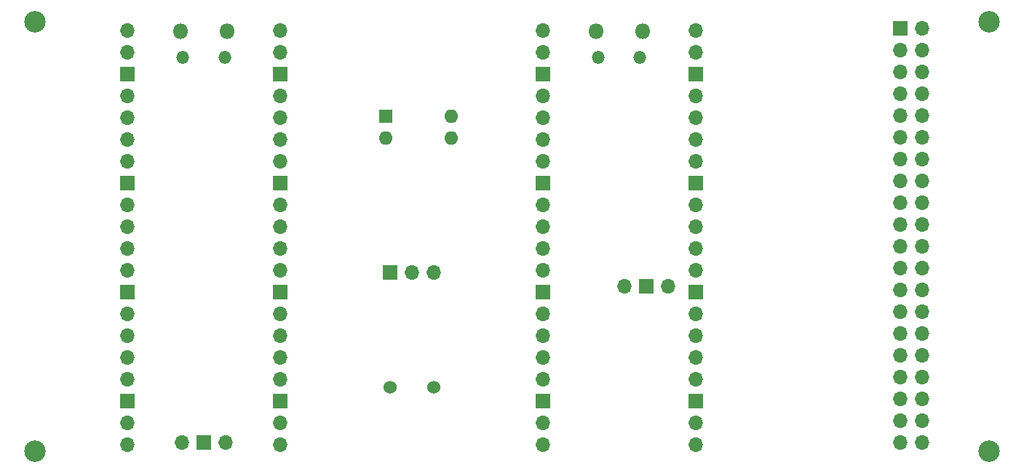
<source format=gbr>
%TF.GenerationSoftware,KiCad,Pcbnew,7.0.5-0*%
%TF.CreationDate,2023-11-25T09:03:29+00:00*%
%TF.ProjectId,PicoWDebugger,5069636f-5744-4656-9275-676765722e6b,rev?*%
%TF.SameCoordinates,Original*%
%TF.FileFunction,Soldermask,Bot*%
%TF.FilePolarity,Negative*%
%FSLAX46Y46*%
G04 Gerber Fmt 4.6, Leading zero omitted, Abs format (unit mm)*
G04 Created by KiCad (PCBNEW 7.0.5-0) date 2023-11-25 09:03:29*
%MOMM*%
%LPD*%
G01*
G04 APERTURE LIST*
%ADD10C,2.500000*%
%ADD11O,1.800000X1.800000*%
%ADD12O,1.500000X1.500000*%
%ADD13O,1.700000X1.700000*%
%ADD14R,1.700000X1.700000*%
%ADD15C,1.524000*%
%ADD16R,1.600000X1.600000*%
%ADD17O,1.600000X1.600000*%
G04 APERTURE END LIST*
D10*
%TO.C,H3*%
X50000000Y-72000000D03*
%TD*%
%TO.C,H1*%
X161000000Y-72000000D03*
%TD*%
D11*
%TO.C,Target1*%
X115215000Y-73095000D03*
D12*
X115515000Y-76125000D03*
X120365000Y-76125000D03*
D11*
X120665000Y-73095000D03*
D13*
X109050000Y-72965000D03*
X109050000Y-75505000D03*
D14*
X109050000Y-78045000D03*
D13*
X109050000Y-80585000D03*
X109050000Y-83125000D03*
X109050000Y-85665000D03*
X109050000Y-88205000D03*
D14*
X109050000Y-90745000D03*
D13*
X109050000Y-93285000D03*
X109050000Y-95825000D03*
X109050000Y-98365000D03*
X109050000Y-100905000D03*
D14*
X109050000Y-103445000D03*
D13*
X109050000Y-105985000D03*
X109050000Y-108525000D03*
X109050000Y-111065000D03*
X109050000Y-113605000D03*
D14*
X109050000Y-116145000D03*
D13*
X109050000Y-118685000D03*
X109050000Y-121225000D03*
X126830000Y-121225000D03*
X126830000Y-118685000D03*
D14*
X126830000Y-116145000D03*
D13*
X126830000Y-113605000D03*
X126830000Y-111065000D03*
X126830000Y-108525000D03*
X126830000Y-105985000D03*
D14*
X126830000Y-103445000D03*
D13*
X126830000Y-100905000D03*
X126830000Y-98365000D03*
X126830000Y-95825000D03*
X126830000Y-93285000D03*
D14*
X126830000Y-90745000D03*
D13*
X126830000Y-88205000D03*
X126830000Y-85665000D03*
X126830000Y-83125000D03*
X126830000Y-80585000D03*
D14*
X126830000Y-78045000D03*
D13*
X126830000Y-75505000D03*
X126830000Y-72965000D03*
X118524100Y-102795000D03*
D14*
X121064100Y-102795000D03*
D13*
X123604100Y-102795000D03*
%TD*%
D10*
%TO.C,H4*%
X50000000Y-122000000D03*
%TD*%
D14*
%TO.C,J2*%
X91325000Y-101175000D03*
D13*
X93865000Y-101175000D03*
X96405000Y-101175000D03*
%TD*%
D10*
%TO.C,H2*%
X161000000Y-122000000D03*
%TD*%
D15*
%TO.C,SW2*%
X96393000Y-114554000D03*
X91313000Y-114554000D03*
%TD*%
D14*
%TO.C,J1*%
X150685000Y-72780000D03*
D13*
X153225000Y-72780000D03*
X150685000Y-75320000D03*
X153225000Y-75320000D03*
X150685000Y-77860000D03*
X153225000Y-77860000D03*
X150685000Y-80400000D03*
X153225000Y-80400000D03*
X150685000Y-82940000D03*
X153225000Y-82940000D03*
X150685000Y-85480000D03*
X153225000Y-85480000D03*
X150685000Y-88020000D03*
X153225000Y-88020000D03*
X150685000Y-90560000D03*
X153225000Y-90560000D03*
X150685000Y-93100000D03*
X153225000Y-93100000D03*
X150685000Y-95640000D03*
X153225000Y-95640000D03*
X150685000Y-98180000D03*
X153225000Y-98180000D03*
X150685000Y-100720000D03*
X153225000Y-100720000D03*
X150685000Y-103260000D03*
X153225000Y-103260000D03*
X150685000Y-105800000D03*
X153225000Y-105800000D03*
X150685000Y-108340000D03*
X153225000Y-108340000D03*
X150685000Y-110880000D03*
X153225000Y-110880000D03*
X150685000Y-113420000D03*
X153225000Y-113420000D03*
X150685000Y-115960000D03*
X153225000Y-115960000D03*
X150685000Y-118500000D03*
X153225000Y-118500000D03*
X150685000Y-121040000D03*
X153225000Y-121040000D03*
%TD*%
D16*
%TO.C,SW1*%
X90807500Y-83000000D03*
D17*
X90807500Y-85540000D03*
X98427500Y-85540000D03*
X98427500Y-83000000D03*
%TD*%
D11*
%TO.C,PicoProbe1*%
X66885000Y-73090000D03*
D12*
X67185000Y-76120000D03*
X72035000Y-76120000D03*
D11*
X72335000Y-73090000D03*
D13*
X60720000Y-72960000D03*
X60720000Y-75500000D03*
D14*
X60720000Y-78040000D03*
D13*
X60720000Y-80580000D03*
X60720000Y-83120000D03*
X60720000Y-85660000D03*
X60720000Y-88200000D03*
D14*
X60720000Y-90740000D03*
D13*
X60720000Y-93280000D03*
X60720000Y-95820000D03*
X60720000Y-98360000D03*
X60720000Y-100900000D03*
D14*
X60720000Y-103440000D03*
D13*
X60720000Y-105980000D03*
X60720000Y-108520000D03*
X60720000Y-111060000D03*
X60720000Y-113600000D03*
D14*
X60720000Y-116140000D03*
D13*
X60720000Y-118680000D03*
X60720000Y-121220000D03*
X78500000Y-121220000D03*
X78500000Y-118680000D03*
D14*
X78500000Y-116140000D03*
D13*
X78500000Y-113600000D03*
X78500000Y-111060000D03*
X78500000Y-108520000D03*
X78500000Y-105980000D03*
D14*
X78500000Y-103440000D03*
D13*
X78500000Y-100900000D03*
X78500000Y-98360000D03*
X78500000Y-95820000D03*
X78500000Y-93280000D03*
D14*
X78500000Y-90740000D03*
D13*
X78500000Y-88200000D03*
X78500000Y-85660000D03*
X78500000Y-83120000D03*
X78500000Y-80580000D03*
D14*
X78500000Y-78040000D03*
D13*
X78500000Y-75500000D03*
X78500000Y-72960000D03*
X67070000Y-120990000D03*
D14*
X69610000Y-120990000D03*
D13*
X72150000Y-120990000D03*
%TD*%
M02*

</source>
